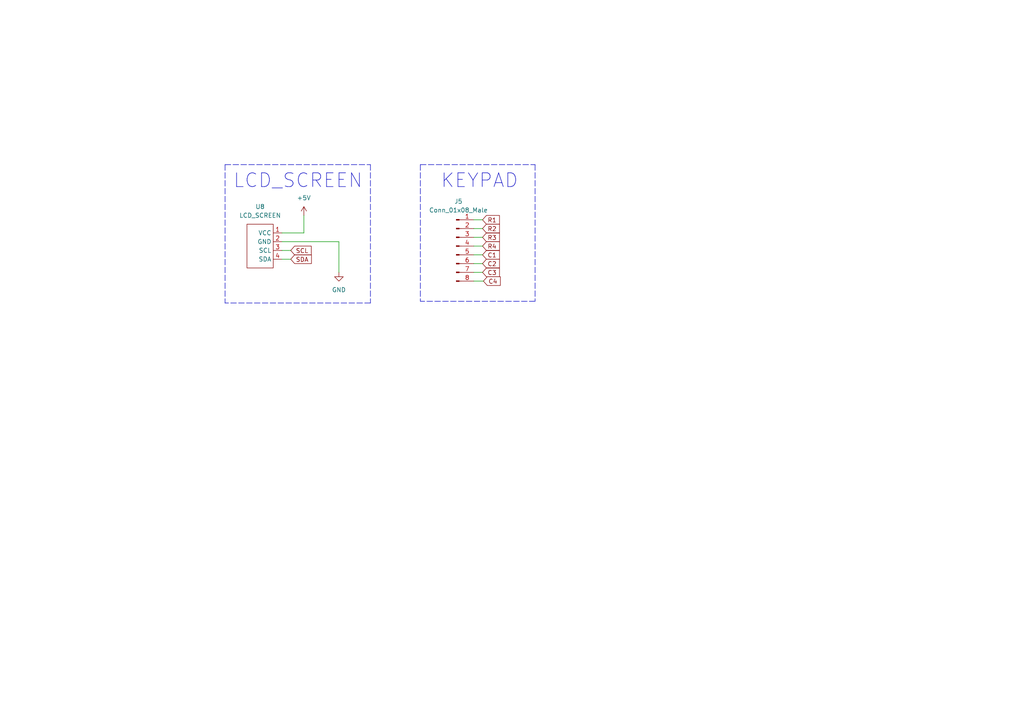
<source format=kicad_sch>
(kicad_sch (version 20211123) (generator eeschema)
  (paper "A4")
  (lib_symbols
    (symbol "Connector:Conn_01x08_Male" (pin_names (offset 1.016) hide)
      (property "Reference" "J" (at 0 10.16 0))
      (property "Value" "Conn_01x08_Male" (at 0 -12.7 0))
      (symbol "Conn_01x08_Male_1_1"
        (polyline (pts (xy 1.27 -10.16) (xy 0.8636 -10.16)) (stroke (width 0.1524)))
        (polyline (pts (xy 1.27 -7.62) (xy 0.8636 -7.62)) (stroke (width 0.1524)))
        (polyline (pts (xy 1.27 -5.08) (xy 0.8636 -5.08)) (stroke (width 0.1524)))
        (polyline (pts (xy 1.27 -2.54) (xy 0.8636 -2.54)) (stroke (width 0.1524)))
        (polyline (pts (xy 1.27 0) (xy 0.8636 0)) (stroke (width 0.1524)))
        (polyline (pts (xy 1.27 2.54) (xy 0.8636 2.54)) (stroke (width 0.1524)))
        (polyline (pts (xy 1.27 5.08) (xy 0.8636 5.08)) (stroke (width 0.1524)))
        (polyline (pts (xy 1.27 7.62) (xy 0.8636 7.62)) (stroke (width 0.1524)))
        (rectangle (start 0.8636 -10.033) (end 0 -10.287) (stroke (width 0.1524)) (fill (type outline)))
        (rectangle (start 0.8636 -7.493) (end 0 -7.747) (stroke (width 0.1524)) (fill (type outline)))
        (rectangle (start 0.8636 -4.953) (end 0 -5.207) (stroke (width 0.1524)) (fill (type outline)))
        (rectangle (start 0.8636 -2.413) (end 0 -2.667) (stroke (width 0.1524)) (fill (type outline)))
        (rectangle (start 0.8636 0.127) (end 0 -0.127) (stroke (width 0.1524)) (fill (type outline)))
        (rectangle (start 0.8636 2.667) (end 0 2.413) (stroke (width 0.1524)) (fill (type outline)))
        (rectangle (start 0.8636 5.207) (end 0 4.953) (stroke (width 0.1524)) (fill (type outline)))
        (rectangle (start 0.8636 7.747) (end 0 7.493) (stroke (width 0.1524)) (fill (type outline)))
        (pin passive line (at 5.08 7.62 180) (length 3.81) (name "Pin_1") (number "1"))
        (pin passive line (at 5.08 5.08 180) (length 3.81) (name "Pin_2") (number "2"))
        (pin passive line (at 5.08 2.54 180) (length 3.81) (name "Pin_3") (number "3"))
        (pin passive line (at 5.08 0 180) (length 3.81) (name "Pin_4") (number "4"))
        (pin passive line (at 5.08 -2.54 180) (length 3.81) (name "Pin_5") (number "5"))
        (pin passive line (at 5.08 -5.08 180) (length 3.81) (name "Pin_6") (number "6"))
        (pin passive line (at 5.08 -7.62 180) (length 3.81) (name "Pin_7") (number "7"))
        (pin passive line (at 5.08 -10.16 180) (length 3.81) (name "Pin_8") (number "8"))
      )
    )
    (symbol "Userlibrary:LCD_SCREEN"
      (property "Reference" "U" (at 0 0 0))
      (property "Value" "LCD_SCREEN" (at 0 0 0))
      (symbol "LCD_SCREEN_0_1"
        (rectangle (start 0 12.7) (end 7.62 0))
      )
      (symbol "LCD_SCREEN_1_1"
        (pin power_in line (at 10.16 10.16 180) (length 2.54) (name "VCC") (number "1"))
        (pin power_in line (at 10.16 7.62 180) (length 2.54) (name "GND") (number "2"))
        (pin input line (at 10.16 5.08 180) (length 2.54) (name "SCL") (number "3"))
        (pin input line (at 10.16 2.54 180) (length 2.54) (name "SDA") (number "4"))
      )
    )
    (symbol "power:+5V" (power) (pin_names (offset 0))
      (property "Value" "+5V" (at 0 3.556 0))
      (symbol "+5V_0_1"
        (polyline (pts (xy -0.762 1.27) (xy 0 2.54)))
        (polyline (pts (xy 0 0) (xy 0 2.54)))
        (polyline (pts (xy 0 2.54) (xy 0.762 1.27)))
      )
      (symbol "+5V_1_1"
        (pin power_in line (at 0 0 90) (length 0) hide (name "+5V") (number "1"))
      )
    )
    (symbol "power:GND" (power) (pin_names (offset 0))
      (property "Value" "GND" (at 0 -3.81 0))
      (symbol "GND_0_1"
        (polyline (pts (xy 0 0) (xy 0 -1.27) (xy 1.27 -1.27) (xy 0 -2.54) (xy -1.27 -1.27) (xy 0 -1.27)))
      )
      (symbol "GND_1_1"
        (pin power_in line (at 0 0 270) (length 0) hide (name "GND") (number "1"))
      )
    )
  )
  (wire (pts (xy 137.414 73.914) (xy 139.954 73.914)))
  (wire (pts (xy 137.414 63.754) (xy 139.954 63.754)))
  (wire (pts (xy 98.298 70.104) (xy 98.298 78.994)))
  (wire (pts (xy 81.788 75.184) (xy 84.328 75.184)))
  (polyline (pts (xy 155.194 47.752) (xy 155.194 87.376)))
  (wire (pts (xy 88.138 67.564) (xy 88.138 62.484)))
  (wire (pts (xy 81.788 67.564) (xy 88.138 67.564)))
  (polyline (pts (xy 65.278 47.752) (xy 107.442 47.752)))
  (polyline (pts (xy 121.92 47.752) (xy 155.194 47.752)))
  (wire (pts (xy 137.414 81.534) (xy 140.208 81.534)))
  (polyline (pts (xy 65.278 47.752) (xy 65.278 87.884)))
  (wire (pts (xy 137.414 71.374) (xy 139.954 71.374)))
  (wire (pts (xy 137.414 78.994) (xy 139.954 78.994)))
  (wire (pts (xy 81.788 72.644) (xy 84.328 72.644)))
  (wire (pts (xy 137.414 68.834) (xy 139.954 68.834)))
  (polyline (pts (xy 155.194 87.376) (xy 121.92 87.376)))
  (wire (pts (xy 137.414 76.454) (xy 139.954 76.454)))
  (polyline (pts (xy 107.442 87.884) (xy 65.278 87.884)))
  (wire (pts (xy 137.414 66.294) (xy 139.954 66.294)))
  (wire (pts (xy 81.788 70.104) (xy 98.298 70.104)))
  (polyline (pts (xy 107.442 47.752) (xy 107.442 87.884)))
  (polyline (pts (xy 121.92 47.752) (xy 121.92 87.376)))
  (text "KEYPAD\n" (at 127.762 54.864 0) (effects (font (size 4 4)) (justify left bottom)))
  (text "LCD_SCREEN\n" (at 67.564 54.864 0) (effects (font (size 4 4)) (justify left bottom)))
  (global_label "R1" (shape input) (at 139.954 63.754 0) (property "Intersheet References" "${INTERSHEET_REFS}" (effects hide)))
  (global_label "C2" (shape input) (at 139.954 76.454 0) (property "Intersheet References" "${INTERSHEET_REFS}" (effects hide)))
  (global_label "R2" (shape input) (at 139.954 66.294 0) (property "Intersheet References" "${INTERSHEET_REFS}" (effects hide)))
  (global_label "R4" (shape input) (at 139.954 71.374 0) (property "Intersheet References" "${INTERSHEET_REFS}" (effects hide)))
  (global_label "SDA" (shape input) (at 84.328 75.184 0) (property "Intersheet References" "${INTERSHEET_REFS}" (effects hide)))
  (global_label "C3" (shape input) (at 139.954 78.994 0) (property "Intersheet References" "${INTERSHEET_REFS}" (effects hide)))
  (global_label "R3" (shape input) (at 139.954 68.834 0) (property "Intersheet References" "${INTERSHEET_REFS}" (effects hide)))
  (global_label "SCL" (shape input) (at 84.328 72.644 0) (property "Intersheet References" "${INTERSHEET_REFS}" (effects hide)))
  (global_label "C1" (shape input) (at 139.954 73.914 0) (property "Intersheet References" "${INTERSHEET_REFS}" (effects hide)))
  (global_label "C4" (shape input) (at 140.208 81.534 0) (property "Intersheet References" "${INTERSHEET_REFS}" (effects hide)))
  (symbol (lib_id "power:GND") (at 98.298 78.994 0) (unit 1)
    (property "Reference" "#PWR0131" (effects hide))
    (property "Value" "GND" (at 98.298 84.074 0))
  )
  (symbol (lib_id "Userlibrary:LCD_SCREEN") (at 71.628 77.724 0) (unit 1)
    (property "Reference" "U8" (at 75.438 59.944 0))
    (property "Value" "LCD_SCREEN" (at 75.438 62.484 0))
    (property "Footprint" "UserLibrary:PinHeader_1x04_P2.54mm_Vertical" (effects hide))
  )
  (symbol (lib_id "Connector:Conn_01x08_Male") (at 132.334 71.374 0) (unit 1)
    (property "Reference" "J5" (at 132.969 58.42 0))
    (property "Value" "Conn_01x08_Male" (at 132.969 60.96 0))
    (property "Footprint" "UserLibrary:PinHeader_1x08_P2.54mm_Vertical" (effects hide))
  )
  (symbol (lib_id "power:+5V") (at 88.138 62.484 0) (unit 1)
    (property "Reference" "#PWR0132" (effects hide))
    (property "Value" "+5V" (at 88.138 57.404 0))
  )
)
</source>
